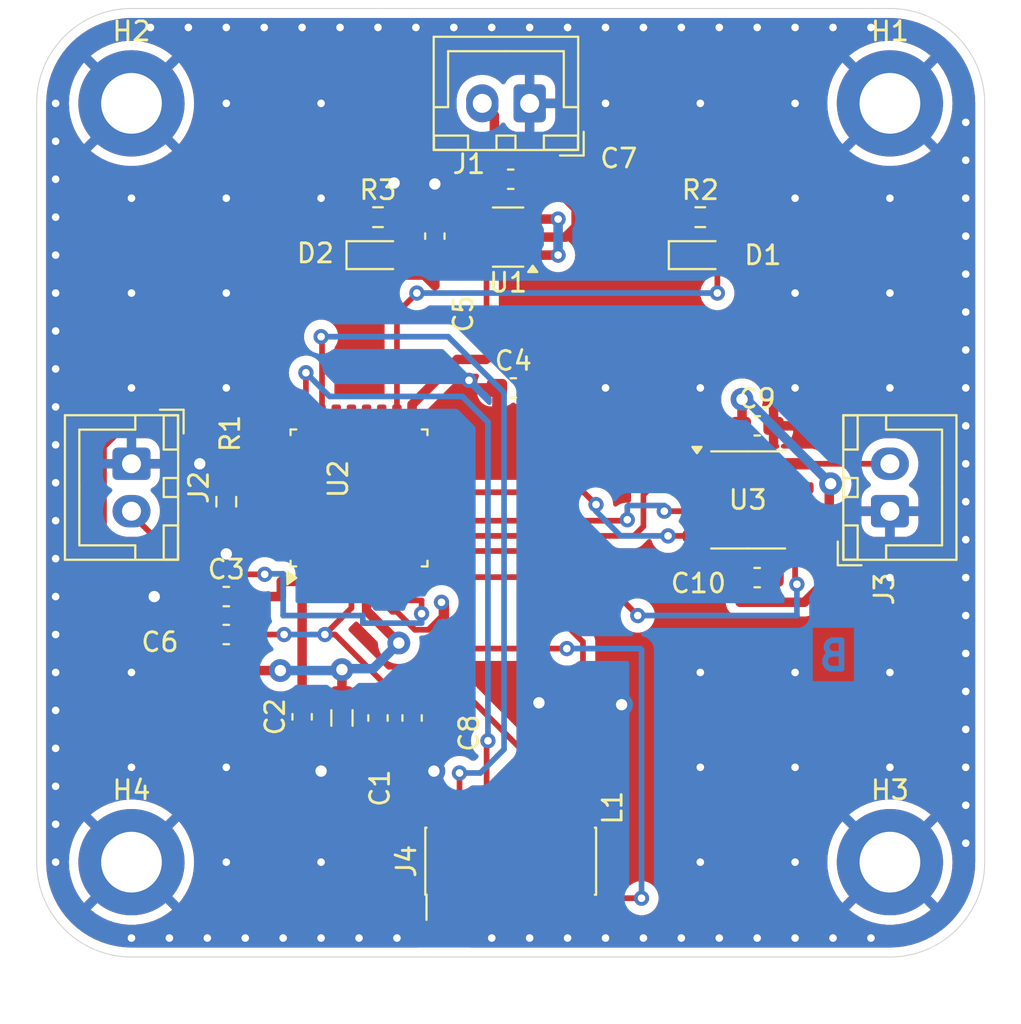
<source format=kicad_pcb>
(kicad_pcb (version 20240108) (generator "pcbnew") (generator_version "8.0")
  (layers (0 "F.Cu" signal) (31 "B.Cu" signal) (34 "B.Paste" user) (35 "F.Paste" user) (36 "B.SilkS" user "B.Silkscreen") (37 "F.SilkS" user "F.Silkscreen") (38 "B.Mask" user) (39 "F.Mask" user) (44 "Edge.Cuts" user))
  (net 0 "")
  (net 1 "+3.3VA")
  (net 2 "GND")
  (net 3 "+3.3V")
  (net 4 "NRST")
  (net 5 "+5V")
  (net 6 "Net-(D1-K)")
  (net 7 "LED_Status")
  (net 8 "Net-(D2-K)")
  (net 9 "ADC_IN1")
  (net 10 "DAC_OUT")
  (net 11 "SWCLK")
  (net 12 "USART2_RX")
  (net 13 "USART2_TX")
  (net 16 "SWDIO")
  (net 20 "Net-(U2-PB9)")
  (net 22 "DAC_nLDAC")
  (net 24 "DAC_nCS")
  (net 28 "SPI1_MOSI")
  (net 29 "SPI1_SCK")
  (footprint "Package_TO_SOT_SMD:SOT-23-5" (layer "F.Cu") (at 154.8625 92.05 180)
    (property "Reference" "U1" (at 0 -2.4 0) (layer "F.SilkS"))
    (property "Value" "BU33SD5WG-TR")
    (pad "1" smd roundrect (at -1.1375 -0.95 180) (size 1.325 0.6) (layers "F.Cu" "F.Paste" "F.Mask") (net 5 "+5V"))
    (pad "2" smd roundrect (at -1.1375 0 180) (size 1.325 0.6) (layers "F.Cu" "F.Paste" "F.Mask") (net 2 "GND"))
    (pad "3" smd roundrect (at -1.1375 0.95 180) (size 1.325 0.6) (layers "F.Cu" "F.Paste" "F.Mask") (net 5 "+5V"))
    (pad "4" smd roundrect (at 1.1375 0.95 180) (size 1.325 0.6) (layers "F.Cu" "F.Paste" "F.Mask"))
    (pad "5" smd roundrect (at 1.1375 -0.95 180) (size 1.325 0.6) (layers "F.Cu" "F.Paste" "F.Mask") (net 3 "+3.3V"))
  )
  (footprint "Connector_JST:JST_XH_B2B-XH-A_1x02_P2.50mm_Vertical" (layer "F.Cu") (at 156 85 180)
    (property "Reference" "J1" (at 3.2 -3.2 0) (layer "F.SilkS"))
    (property "Value" "Conn_01x02")
    (pad "1" thru_hole roundrect (at 0 0 180) (size 1.7 2) (drill 1) (layers "*.Cu" "*.Mask") (roundrect_rratio 0.147059) (net 2 "GND"))
    (pad "2" thru_hole oval (at 2.5 0 180) (size 1.7 2) (drill 1) (layers "*.Cu" "*.Mask") (net 5 "+5V"))
  )
  (footprint "Inductor_SMD:L_0805_2012Metric_Pad1.05x1.20mm_HandSolder" (layer "F.Cu") (at 146.1 117.4 90)
    (property "Reference" "L1" (at -4.73 14.27 90) (layer "F.SilkS"))
    (property "Value" "39 nH")
    (pad "1" smd roundrect (at -1.15 0 90) (size 1.05 1.2) (layers "F.Cu" "F.Paste" "F.Mask") (roundrect_rratio 0.238095) (net 3 "+3.3V"))
    (pad "2" smd roundrect (at 1.15 0 90) (size 1.05 1.2) (layers "F.Cu" "F.Paste" "F.Mask") (roundrect_rratio 0.238095) (net 1 "+3.3VA"))
  )
  (footprint "Capacitor_SMD:C_0603_1608Metric_Pad1.08x0.95mm_HandSolder" (layer "F.Cu") (at 155.1375 100)
    (property "Reference" "C4" (at 0 -1.43 0) (layer "F.SilkS"))
    (property "Value" "100 nF")
    (pad "1" smd roundrect (at -0.8625 0) (size 1.075 0.95) (layers "F.Cu" "F.Paste" "F.Mask") (net 2 "GND"))
    (pad "2" smd roundrect (at 0.8625 0) (size 1.075 0.95) (layers "F.Cu" "F.Paste" "F.Mask") (net 3 "+3.3V"))
  )
  (footprint "Capacitor_SMD:C_0603_1608Metric_Pad1.08x0.95mm_HandSolder" (layer "F.Cu") (at 168 110)
    (property "Reference" "C10" (at -3.1 0.3 0) (layer "F.SilkS"))
    (property "Value" "10 µF")
    (pad "1" smd roundrect (at -0.8625 0) (size 1.075 0.95) (layers "F.Cu" "F.Paste" "F.Mask") (net 3 "+3.3V"))
    (pad "2" smd roundrect (at 0.8625 0) (size 1.075 0.95) (layers "F.Cu" "F.Paste" "F.Mask") (net 2 "GND"))
  )
  (footprint "Connector_PinHeader_1.27mm:PinHeader_2x07_P1.27mm_Vertical_SMD" (layer "F.Cu") (at 155 124.95 90)
    (property "Reference" "J4" (at 0 -5.505 90) (layer "F.SilkS"))
    (property "Value" "Conn_02x07_Odd_Even")
    (pad "1" smd rect (at -1.95 -3.81 90) (size 2.4 0.74) (layers "F.Cu" "F.Paste" "F.Mask"))
    (pad "2" smd rect (at 1.95 -3.81 90) (size 2.4 0.74) (layers "F.Cu" "F.Paste" "F.Mask"))
    (pad "3" smd rect (at -1.95 -2.54 90) (size 2.4 0.74) (layers "F.Cu" "F.Paste" "F.Mask") (net 3 "+3.3V"))
    (pad "4" smd rect (at 1.95 -2.54 90) (size 2.4 0.74) (layers "F.Cu" "F.Paste" "F.Mask") (net 16 "SWDIO"))
    (pad "5" smd rect (at -1.95 -1.27 90) (size 2.4 0.74) (layers "F.Cu" "F.Paste" "F.Mask") (net 2 "GND"))
    (pad "6" smd rect (at 1.95 -1.27 90) (size 2.4 0.74) (layers "F.Cu" "F.Paste" "F.Mask") (net 11 "SWCLK"))
    (pad "7" smd rect (at -1.95 0 90) (size 2.4 0.74) (layers "F.Cu" "F.Paste" "F.Mask") (net 2 "GND"))
    (pad "8" smd rect (at 1.95 0 90) (size 2.4 0.74) (layers "F.Cu" "F.Paste" "F.Mask"))
    (pad "9" smd rect (at -1.95 1.27 90) (size 2.4 0.74) (layers "F.Cu" "F.Paste" "F.Mask"))
    (pad "10" smd rect (at 1.95 1.27 90) (size 2.4 0.74) (layers "F.Cu" "F.Paste" "F.Mask"))
    (pad "11" smd rect (at -1.95 2.54 90) (size 2.4 0.74) (layers "F.Cu" "F.Paste" "F.Mask") (net 2 "GND"))
    (pad "12" smd rect (at 1.95 2.54 90) (size 2.4 0.74) (layers "F.Cu" "F.Paste" "F.Mask") (net 4 "NRST"))
    (pad "13" smd rect (at -1.95 3.81 90) (size 2.4 0.74) (layers "F.Cu" "F.Paste" "F.Mask") (net 12 "USART2_RX"))
    (pad "14" smd rect (at 1.95 3.81 90) (size 2.4 0.74) (layers "F.Cu" "F.Paste" "F.Mask") (net 13 "USART2_TX"))
  )
  (footprint "Capacitor_SMD:C_0603_1608Metric_Pad1.08x0.95mm_HandSolder" (layer "F.Cu") (at 151 92 90)
    (property "Reference" "C5" (at -4.1 1.5 90) (layer "F.SilkS"))
    (property "Value" "1 µF")
    (pad "1" smd roundrect (at -0.8625 0 90) (size 1.075 0.95) (layers "F.Cu" "F.Paste" "F.Mask") (net 1 "+3.3VA"))
    (pad "2" smd roundrect (at 0.8625 0 90) (size 1.075 0.95) (layers "F.Cu" "F.Paste" "F.Mask") (net 2 "GND"))
  )
  (footprint "Capacitor_SMD:C_0603_1608Metric_Pad1.08x0.95mm_HandSolder" (layer "F.Cu") (at 149.8 117.4 90)
    (property "Reference" "C8" (at -0.8 3 90) (layer "F.SilkS"))
    (property "Value" "1 µF")
    (pad "1" smd roundrect (at -0.8625 0 90) (size 1.075 0.95) (layers "F.Cu" "F.Paste" "F.Mask") (net 3 "+3.3V"))
    (pad "2" smd roundrect (at 0.8625 0 90) (size 1.075 0.95) (layers "F.Cu" "F.Paste" "F.Mask") (net 2 "GND"))
  )
  (footprint "MountingHole:MountingHole_3.2mm_M3_DIN965_Pad" (layer "F.Cu") (at 175 85)
    (property "Reference" "H1" (at 0 -3.8 0) (layer "F.SilkS"))
    (property "Value" "MountingHole_Pad")
    (pad "1" thru_hole circle (at 0 0) (size 5.6 5.6) (drill 3.2) (layers "*.Cu" "*.Mask") (net 2 "GND"))
  )
  (footprint "Resistor_SMD:R_0603_1608Metric_Pad0.98x0.95mm_HandSolder" (layer "F.Cu") (at 140 106 90)
    (property "Reference" "R1" (at 3.6 0.2 90) (layer "F.SilkS"))
    (property "Value" "10K")
    (pad "1" smd roundrect (at -0.9125 0 90) (size 0.975 0.95) (layers "F.Cu" "F.Paste" "F.Mask") (net 2 "GND"))
    (pad "2" smd roundrect (at 0.9125 0 90) (size 0.975 0.95) (layers "F.Cu" "F.Paste" "F.Mask") (net 20 "Net-(U2-PB9)"))
  )
  (footprint "Capacitor_SMD:C_0603_1608Metric_Pad1.08x0.95mm_HandSolder" (layer "F.Cu") (at 168 102)
    (property "Reference" "C9" (at 0 -1.43 0) (layer "F.SilkS"))
    (property "Value" "100 nF")
    (pad "1" smd roundrect (at -0.8625 0) (size 1.075 0.95) (layers "F.Cu" "F.Paste" "F.Mask") (net 3 "+3.3V"))
    (pad "2" smd roundrect (at 0.8625 0) (size 1.075 0.95) (layers "F.Cu" "F.Paste" "F.Mask") (net 2 "GND"))
  )
  (footprint "Resistor_SMD:R_0603_1608Metric_Pad0.98x0.95mm_HandSolder" (layer "F.Cu") (at 148 91)
    (property "Reference" "R3" (at 0 -1.43 0) (layer "F.SilkS"))
    (property "Value" "1K")
    (pad "1" smd roundrect (at -0.9125 0) (size 0.975 0.95) (layers "F.Cu" "F.Paste" "F.Mask") (net 8 "Net-(D2-K)"))
    (pad "2" smd roundrect (at 0.9125 0) (size 0.975 0.95) (layers "F.Cu" "F.Paste" "F.Mask") (net 2 "GND"))
  )
  (footprint "Package_QFP:LQFP-32_7x7mm_P0.8mm" (layer "F.Cu") (at 147 105.8 90)
    (property "Reference" "U2" (at 1 -1.1 90) (layer "F.SilkS"))
    (property "Value" "STM32L021K4Tx")
    (pad "1" smd roundrect (at -4.175 -2.8 90) (size 1.5 0.5) (layers "F.Cu" "F.Paste" "F.Mask") (net 3 "+3.3V"))
    (pad "2" smd roundrect (at -4.175 -2 90) (size 1.5 0.5) (layers "F.Cu" "F.Paste" "F.Mask"))
    (pad "3" smd roundrect (at -4.175 -1.2 90) (size 1.5 0.5) (layers "F.Cu" "F.Paste" "F.Mask"))
    (pad "4" smd roundrect (at -4.175 -0.4 90) (size 1.5 0.5) (layers "F.Cu" "F.Paste" "F.Mask") (net 4 "NRST"))
    (pad "5" smd roundrect (at -4.175 0.4 90) (size 1.5 0.5) (layers "F.Cu" "F.Paste" "F.Mask") (net 1 "+3.3VA"))
    (pad "6" smd roundrect (at -4.175 1.2 90) (size 1.5 0.5) (layers "F.Cu" "F.Paste" "F.Mask") (net 12 "USART2_RX"))
    (pad "7" smd roundrect (at -4.175 2 90) (size 1.5 0.5) (layers "F.Cu" "F.Paste" "F.Mask") (net 9 "ADC_IN1"))
    (pad "8" smd roundrect (at -4.175 2.8 90) (size 1.5 0.5) (layers "F.Cu" "F.Paste" "F.Mask") (net 13 "USART2_TX"))
    (pad "9" smd roundrect (at -2.8 4.175 90) (size 0.5 1.5) (layers "F.Cu" "F.Paste" "F.Mask") (net 22 "DAC_nLDAC"))
    (pad "10" smd roundrect (at -2 4.175 90) (size 0.5 1.5) (layers "F.Cu" "F.Paste" "F.Mask") (net 24 "DAC_nCS"))
    (pad "11" smd roundrect (at -1.2 4.175 90) (size 0.5 1.5) (layers "F.Cu" "F.Paste" "F.Mask") (net 29 "SPI1_SCK"))
    (pad "12" smd roundrect (at -0.4 4.175 90) (size 0.5 1.5) (layers "F.Cu" "F.Paste" "F.Mask"))
    (pad "13" smd roundrect (at 0.4 4.175 90) (size 0.5 1.5) (layers "F.Cu" "F.Paste" "F.Mask") (net 28 "SPI1_MOSI"))
    (pad "14" smd roundrect (at 1.2 4.175 90) (size 0.5 1.5) (layers "F.Cu" "F.Paste" "F.Mask"))
    (pad "15" smd roundrect (at 2 4.175 90) (size 0.5 1.5) (layers "F.Cu" "F.Paste" "F.Mask"))
    (pad "16" smd roundrect (at 2.8 4.175 90) (size 0.5 1.5) (layers "F.Cu" "F.Paste" "F.Mask") (net 2 "GND"))
    (pad "17" smd roundrect (at 4.175 2.8 90) (size 1.5 0.5) (layers "F.Cu" "F.Paste" "F.Mask") (net 3 "+3.3V"))
    (pad "18" smd roundrect (at 4.175 2 90) (size 1.5 0.5) (layers "F.Cu" "F.Paste" "F.Mask") (net 7 "LED_Status"))
    (pad "19" smd roundrect (at 4.175 1.2 90) (size 1.5 0.5) (layers "F.Cu" "F.Paste" "F.Mask"))
    (pad "20" smd roundrect (at 4.175 0.4 90) (size 1.5 0.5) (layers "F.Cu" "F.Paste" "F.Mask"))
    (pad "21" smd roundrect (at 4.175 -0.4 90) (size 1.5 0.5) (layers "F.Cu" "F.Paste" "F.Mask"))
    (pad "22" smd roundrect (at 4.175 -1.2 90) (size 1.5 0.5) (layers "F.Cu" "F.Paste" "F.Mask"))
    (pad "23" smd roundrect (at 4.175 -2 90) (size 1.5 0.5) (layers "F.Cu" "F.Paste" "F.Mask") (net 16 "SWDIO"))
    (pad "24" smd roundrect (at 4.175 -2.8 90) (size 1.5 0.5) (layers "F.Cu" "F.Paste" "F.Mask") (net 11 "SWCLK"))
    (pad "25" smd roundrect (at 2.8 -4.175 90) (size 0.5 1.5) (layers "F.Cu" "F.Paste" "F.Mask"))
    (pad "26" smd roundrect (at 2 -4.175 90) (size 0.5 1.5) (layers "F.Cu" "F.Paste" "F.Mask"))
    (pad "27" smd roundrect (at 1.2 -4.175 90) (size 0.5 1.5) (layers "F.Cu" "F.Paste" "F.Mask"))
    (pad "28" smd roundrect (at 0.4 -4.175 90) (size 0.5 1.5) (layers "F.Cu" "F.Paste" "F.Mask"))
    (pad "29" smd roundrect (at -0.4 -4.175 90) (size 0.5 1.5) (layers "F.Cu" "F.Paste" "F.Mask"))
    (pad "30" smd roundrect (at -1.2 -4.175 90) (size 0.5 1.5) (layers "F.Cu" "F.Paste" "F.Mask"))
    (pad "31" smd roundrect (at -2 -4.175 90) (size 0.5 1.5) (layers "F.Cu" "F.Paste" "F.Mask") (net 20 "Net-(U2-PB9)"))
    (pad "32" smd roundrect (at -2.8 -4.175 90) (size 0.5 1.5) (layers "F.Cu" "F.Paste" "F.Mask") (net 2 "GND"))
  )
  (footprint "Capacitor_SMD:C_0603_1608Metric_Pad1.08x0.95mm_HandSolder" (layer "F.Cu") (at 148 117.4 90)
    (property "Reference" "C1" (at -3.7 0.1 90) (layer "F.SilkS"))
    (property "Value" "10 nF")
    (pad "1" smd roundrect (at -0.8625 0 90) (size 1.075 0.95) (layers "F.Cu" "F.Paste" "F.Mask") (net 1 "+3.3VA"))
    (pad "2" smd roundrect (at 0.8625 0 90) (size 1.075 0.95) (layers "F.Cu" "F.Paste" "F.Mask") (net 2 "GND"))
  )
  (footprint "Connector_JST:JST_XH_B2B-XH-A_1x02_P2.50mm_Vertical" (layer "F.Cu") (at 175 106.5 90)
    (property "Reference" "J3" (at -4.1 -0.3 90) (layer "F.SilkS"))
    (property "Value" "Conn_01x02")
    (pad "1" thru_hole roundrect (at 0 0 90) (size 1.7 2) (drill 1) (layers "*.Cu" "*.Mask") (roundrect_rratio 0.147059) (net 2 "GND"))
    (pad "2" thru_hole oval (at 2.5 0 90) (size 1.7 2) (drill 1) (layers "*.Cu" "*.Mask") (net 10 "DAC_OUT"))
  )
  (footprint "Capacitor_SMD:C_0603_1608Metric_Pad1.08x0.95mm_HandSolder" (layer "F.Cu") (at 144 117.3375 90)
    (property "Reference" "C2" (at 0 -1.43 90) (layer "F.SilkS"))
    (property "Value" "10 µF")
    (pad "1" smd roundrect (at -0.8625 0 90) (size 1.075 0.95) (layers "F.Cu" "F.Paste" "F.Mask") (net 2 "GND"))
    (pad "2" smd roundrect (at 0.8625 0 90) (size 1.075 0.95) (layers "F.Cu" "F.Paste" "F.Mask") (net 3 "+3.3V"))
  )
  (footprint "Package_SO:SOIC-8_3.9x4.9mm_P1.27mm" (layer "F.Cu") (at 167.525 105.905)
    (property "Reference" "U3" (at -0.025 -0.005 0) (layer "F.SilkS"))
    (property "Value" "MCP4801")
    (pad "1" smd roundrect (at -2.475 -1.905) (size 1.95 0.6) (layers "F.Cu" "F.Paste" "F.Mask") (net 3 "+3.3V"))
    (pad "2" smd roundrect (at -2.475 -0.635) (size 1.95 0.6) (layers "F.Cu" "F.Paste" "F.Mask") (net 24 "DAC_nCS"))
    (pad "3" smd roundrect (at -2.475 0.635) (size 1.95 0.6) (layers "F.Cu" "F.Paste" "F.Mask") (net 29 "SPI1_SCK"))
    (pad "4" smd roundrect (at -2.475 1.905) (size 1.95 0.6) (layers "F.Cu" "F.Paste" "F.Mask") (net 28 "SPI1_MOSI"))
    (pad "5" smd roundrect (at 2.475 1.905) (size 1.95 0.6) (layers "F.Cu" "F.Paste" "F.Mask") (net 22 "DAC_nLDAC"))
    (pad "6" smd roundrect (at 2.475 0.635) (size 1.95 0.6) (layers "F.Cu" "F.Paste" "F.Mask") (net 3 "+3.3V"))
    (pad "7" smd roundrect (at 2.475 -0.635) (size 1.95 0.6) (layers "F.Cu" "F.Paste" "F.Mask") (net 2 "GND"))
    (pad "8" smd roundrect (at 2.475 -1.905) (size 1.95 0.6) (layers "F.Cu" "F.Paste" "F.Mask") (net 10 "DAC_OUT"))
  )
  (footprint "Capacitor_SMD:C_0603_1608Metric_Pad1.08x0.95mm_HandSolder" (layer "F.Cu") (at 140 113)
    (property "Reference" "C6" (at -3.5 0.4 0) (layer "F.SilkS"))
    (property "Value" "100 nF")
    (pad "1" smd roundrect (at -0.8625 0) (size 1.075 0.95) (layers "F.Cu" "F.Paste" "F.Mask") (net 2 "GND"))
    (pad "2" smd roundrect (at 0.8625 0) (size 1.075 0.95) (layers "F.Cu" "F.Paste" "F.Mask") (net 4 "NRST"))
  )
  (footprint "MountingHole:MountingHole_3.2mm_M3_DIN965_Pad" (layer "F.Cu") (at 135 85)
    (property "Reference" "H2" (at 0 -3.8 0) (layer "F.SilkS"))
    (property "Value" "MountingHole_Pad")
    (pad "1" thru_hole circle (at 0 0) (size 5.6 5.6) (drill 3.2) (layers "*.Cu" "*.Mask") (net 2 "GND"))
  )
  (footprint "Capacitor_SMD:C_0603_1608Metric_Pad1.08x0.95mm_HandSolder" (layer "F.Cu") (at 140 111)
    (property "Reference" "C3" (at 0 -1.43 0) (layer "F.SilkS"))
    (property "Value" "100 nF")
    (pad "1" smd roundrect (at -0.8625 0) (size 1.075 0.95) (layers "F.Cu" "F.Paste" "F.Mask") (net 2 "GND"))
    (pad "2" smd roundrect (at 0.8625 0) (size 1.075 0.95) (layers "F.Cu" "F.Paste" "F.Mask") (net 3 "+3.3V"))
  )
  (footprint "Connector_JST:JST_XH_B2B-XH-A_1x02_P2.50mm_Vertical" (layer "F.Cu") (at 135 104 -90)
    (property "Reference" "J2" (at 1.25 -3.55 90) (layer "F.SilkS"))
    (property "Value" "Conn_01x02")
    (pad "1" thru_hole roundrect (at 0 0 270) (size 1.7 2) (drill 1) (layers "*.Cu" "*.Mask") (roundrect_rratio 0.147059) (net 2 "GND"))
    (pad "2" thru_hole oval (at 2.5 0 270) (size 1.7 2) (drill 1) (layers "*.Cu" "*.Mask") (net 9 "ADC_IN1"))
  )
  (footprint "LED_SMD:LED_0603_1608Metric_Pad1.05x0.95mm_HandSolder" (layer "F.Cu") (at 148 93)
    (property "Reference" "D2" (at -3.3 -0.1 0) (layer "F.SilkS"))
    (property "Value" "GREEN LED")
    (pad "1" smd roundrect (at -0.875 0) (size 1.05 0.95) (layers "F.Cu" "F.Paste" "F.Mask") (net 8 "Net-(D2-K)"))
    (pad "2" smd roundrect (at 0.875 0) (size 1.05 0.95) (layers "F.Cu" "F.Paste" "F.Mask") (net 3 "+3.3V"))
  )
  (footprint "Capacitor_SMD:C_0603_1608Metric_Pad1.08x0.95mm_HandSolder" (layer "F.Cu") (at 155 89)
    (property "Reference" "C7" (at 5.7 -1.1 0) (layer "F.SilkS"))
    (property "Value" "1 µF")
    (pad "1" smd roundrect (at -0.8625 0) (size 1.075 0.95) (layers "F.Cu" "F.Paste" "F.Mask") (net 5 "+5V"))
    (pad "2" smd roundrect (at 0.8625 0) (size 1.075 0.95) (layers "F.Cu" "F.Paste" "F.Mask") (net 2 "GND"))
  )
  (footprint "LED_SMD:LED_0603_1608Metric_Pad1.05x0.95mm_HandSolder" (layer "F.Cu") (at 165 93)
    (property "Reference" "D1" (at 3.3 0 0) (layer "F.SilkS"))
    (property "Value" "ORANGE TLMO1100-GSB")
    (pad "1" smd roundrect (at -0.875 0) (size 1.05 0.95) (layers "F.Cu" "F.Paste" "F.Mask") (net 6 "Net-(D1-K)"))
    (pad "2" smd roundrect (at 0.875 0) (size 1.05 0.95) (layers "F.Cu" "F.Paste" "F.Mask") (net 7 "LED_Status"))
  )
  (footprint "MountingHole:MountingHole_3.2mm_M3_DIN965_Pad" (layer "F.Cu") (at 135 125)
    (property "Reference" "H4" (at 0 -3.8 0) (layer "F.SilkS"))
    (property "Value" "MountingHole_Pad")
    (pad "1" thru_hole circle (at 0 0) (size 5.6 5.6) (drill 3.2) (layers "*.Cu" "*.Mask") (net 2 "GND"))
  )
  (footprint "Resistor_SMD:R_0603_1608Metric_Pad0.98x0.95mm_HandSolder" (layer "F.Cu") (at 165 91)
    (property "Reference" "R2" (at 0 -1.43 0) (layer "F.SilkS"))
    (property "Value" "1K")
    (pad "1" smd roundrect (at -0.9125 0) (size 0.975 0.95) (layers "F.Cu" "F.Paste" "F.Mask") (net 6 "Net-(D1-K)"))
    (pad "2" smd roundrect (at 0.9125 0) (size 0.975 0.95) (layers "F.Cu" "F.Paste" "F.Mask") (net 2 "GND"))
  )
  (footprint "MountingHole:MountingHole_3.2mm_M3_DIN965_Pad" (layer "F.Cu") (at 175 125)
    (property "Reference" "H3" (at 0 -3.8 0) (layer "F.SilkS"))
    (property "Value" "MountingHole_Pad")
    (pad "1" thru_hole circle (at 0 0) (size 5.6 5.6) (drill 3.2) (layers "*.Cu" "*.Mask") (net 2 "GND"))
  )
  (gr_arc (start 175 80) (mid 178.535534 81.464466) (end 180 85) (stroke (width 0.05)) (layer "Edge.Cuts"))
  (gr_line (start 135 80) (end 175 80) (stroke (width 0.05)) (layer "Edge.Cuts"))
  (gr_line (start 180 125) (end 180 85) (stroke (width 0.05)) (layer "Edge.Cuts"))
  (gr_arc (start 135 130) (mid 131.464466 128.535534) (end 130 125) (stroke (width 0.05)) (layer "Edge.Cuts"))
  (gr_line (start 130 125) (end 130 85) (stroke (width 0.05)) (layer "Edge.Cuts"))
  (gr_arc (start 180 125) (mid 178.535534 128.535534) (end 175 130) (stroke (width 0.05)) (layer "Edge.Cuts"))
  (gr_arc (start 130 85) (mid 131.464466 81.464466) (end 135 80) (stroke (width 0.05)) (layer "Edge.Cuts"))
  (gr_line (start 135 130) (end 175 130) (stroke (width 0.05)) (layer "Edge.Cuts"))
  (gr_text "T KOYAZANDE" (at 160.9 98.5 0) (layer "F.Cu") (effects (font (size 1.5 1.5) (thickness 0.3) (bold yes)) (justify left bottom)))
  (gr_text "T" (at 168 120 0) (layer "F.Cu") (effects (font (size 1.5 1.5) (thickness 0.3) (bold yes)) (justify left bottom mirror)))
  (gr_text "B" (at 173 115 0) (layer "B.Cu") (effects (font (size 1.5 1.5) (thickness 0.3) (bold yes)) (justify left bottom mirror)))
  (segment (start 133.45 103.061702) (end 142.461702 94.05) (width 0.5) (layer "F.Cu") (net 1))
  (segment (start 150.443503 94.05) (end 151 94.606497) (width 0.5) (layer "F.Cu") (net 1))
  (segment (start 146.1 116.25) (end 146.1 114.85) (width 0.5) (layer "F.Cu") (net 1))
  (segment (start 142.85 114.9) (end 138.473654 114.9) (width 0.5) (layer "F.Cu") (net 1))
  (segment (start 142.461702 94.05) (end 150.443503 94.05) (width 0.5) (layer "F.Cu") (net 1))
  (segment (start 146.1 116.25) (end 146.1 116.3625) (width 0.5) (layer "F.Cu") (net 1))
  (segment (start 138.473654 114.9) (end 133.45 109.876346) (width 0.5) (layer "F.Cu") (net 1))
  (segment (start 133.45 109.876346) (end 133.45 103.061702) (width 0.5) (layer "F.Cu") (net 1))
  (segment (start 146.1 116.3625) (end 148 118.2625) (width 0.5) (layer "F.Cu") (net 1))
  (segment (start 147.4 111.748959) (end 147.4 109.975) (width 0.5) (layer "F.Cu") (net 1))
  (segment (start 151 94.606497) (end 151 92.8625) (width 0.5) (layer "F.Cu") (net 1))
  (segment (start 149.1 113.448959) (end 147.4 111.748959) (width 0.5) (layer "F.Cu") (net 1))
  (via (at 142.85 114.9) (size 1.2) (drill 0.6) (layers "F.Cu" "B.Cu") (net 1))
  (via (at 149.1 113.448959) (size 1.2) (drill 0.6) (layers "F.Cu" "B.Cu") (net 1))
  (via (at 146.1 114.85) (size 1.2) (drill 0.6) (layers "F.Cu" "B.Cu") (net 1))
  (segment (start 147.7 114.8) (end 147.748959 114.8) (width 0.5) (layer "B.Cu") (net 1))
  (segment (start 146.1 114.85) (end 146.15 114.8) (width 0.5) (layer "B.Cu") (net 1))
  (segment (start 142.85 114.9) (end 146.05 114.9) (width 0.5) (layer "B.Cu") (net 1))
  (segment (start 147.748959 114.8) (end 149.1 113.448959) (width 0.5) (layer "B.Cu") (net 1))
  (segment (start 146.15 114.8) (end 147.7 114.8) (width 0.5) (layer "B.Cu") (net 1))
  (segment (start 146.05 114.9) (end 146.1 114.85) (width 0.5) (layer "B.Cu") (net 1))
  (segment (start 156.9 89) (end 155.8625 89) (width 0.5) (layer "F.Cu") (net 2))
  (segment (start 144 119.2) (end 144 118.2) (width 0.5) (layer "F.Cu") (net 2))
  (segment (start 158.45 90.55) (end 156.9 89) (width 0.5) (layer "F.Cu") (net 2))
  (segment (start 148 116.5375) (end 149.732774 116.5375) (width 0.5) (layer "F.Cu") (net 2))
  (segment (start 148 116.5375) (end 149.8 116.5375) (width 0.5) (layer "F.Cu") (net 2))
  (segment (start 151 91.1375) (end 151 89.25) (width 0.5) (layer "F.Cu") (net 2))
  (segment (start 156.4275 116.5375) (end 156.49 116.6) (width 0.5) (layer "F.Cu") (net 2))
  (segment (start 157.893503 92.05) (end 158.45 91.493503) (width 0.5) (layer "F.Cu") (net 2))
  (segment (start 150.95 117.754726) (end 150.95 120.2) (width 0.5) (layer "F.Cu") (net 2))
  (segment (start 145 120.2) (end 144 119.2) (width 0.5) (layer "F.Cu") (net 2))
  (segment (start 156 92.05) (end 157.893503 92.05) (width 0.5) (layer "F.Cu") (net 2))
  (segment (start 149.732774 116.5375) (end 150.95 117.754726) (width 0.5) (layer "F.Cu") (net 2))
  (segment (start 158.45 91.493503) (end 158.45 90.55) (width 0.5) (layer "F.Cu") (net 2))
  (segment (start 148.9125 89.2625) (end 148.85 89.2) (width 0.5) (layer "F.Cu") (net 2))
  (segment (start 148.9125 91) (end 148.9125 89.2625) (width 0.5) (layer "F.Cu") (net 2))
  (via (at 131 121) (size 0.8) (drill 0.4) (layers "F.Cu" "B.Cu") (net 2))
  (via (at 166 129) (size 0.8) (drill 0.4) (layers "F.Cu" "B.Cu") (net 2))
  (via (at 160 100) (size 0.8) (drill 0.4) (layers "F.Cu" "B.Cu") (net 2))
  (via (at 135 95) (size 0.8) (drill 0.4) (layers "F.Cu" "B.Cu") (net 2))
  (via (at 145 85) (size 0.8) (drill 0.4) (layers "F.Cu" "B.Cu") (net 2))
  (via (at 175 90) (size 0.8) (drill 0.4) (layers "F.Cu" "B.Cu") (net 2))
  (via (at 170 125) (size 0.8) (drill 0.4) (layers "F.Cu" "B.Cu") (net 2))
  (via (at 170 85) (size 0.8) (drill 0.4) (layers "F.Cu" "B.Cu") (net 2))
  (via (at 131 115) (size 0.8) (drill 0.4) (layers "F.Cu" "B.Cu") (net 2))
  (via (at 174 129) (size 0.8) (drill 0.4) (layers "F.Cu" "B.Cu") (net 2))
  (via (at 131 113) (size 0.8) (drill 0.4) (layers "F.Cu" "B.Cu") (net 2))
  (via (at 179 114) (size 0.8) (drill 0.4) (layers "F.Cu" "B.Cu") (net 2))
  (via (at 179 118) (size 0.8) (drill 0.4) (layers "F.Cu" "B.Cu") (net 2))
  (via (at 131 103) (size 0.8) (drill 0.4) (layers "F.Cu" "B.Cu") (net 2))
  (via (at 131 85) (size 0.8) (drill 0.4) (layers "F.Cu" "B.Cu") (net 2))
  (via (at 179 96) (size 0.8) (drill 0.4) (layers "F.Cu" "B.Cu") (net 2))
  (via (at 166 81) (size 0.8) (drill 0.4) (layers "F.Cu" "B.Cu") (net 2))
  (via (at 160.85 116.7) (size 1.2) (drill 0.6) (layers "F.Cu" "B.Cu") (net 2))
  (via (at 158 129) (size 0.8) (drill 0.4) (layers "F.Cu" "B.Cu") (net 2))
  (via (at 170 115) (size 0.8) (drill 0.4) (layers "F.Cu" "B.Cu") (net 2))
  (via (at 135 115) (size 0.8) (drill 0.4) (layers "F.Cu" "B.Cu") (net 2))
  (via (at 175 115) (size 0.8) (drill 0.4) (layers "F.Cu" "B.Cu") (net 2))
  (via (at 148 81) (size 0.8) (drill 0.4) (layers "F.Cu" "B.Cu") (net 2))
  (via (at 148.85 89.2) (size 1.2) (drill 0.6) (layers "F.Cu" "B.Cu") (net 2))
  (via (at 179 100) (size 0.8) (drill 0.4) (layers "F.Cu" "B.Cu") (net 2))
  (via (at 179 104) (size 0.8) (drill 0.4) (layers "F.Cu" "B.Cu") (net 2))
  (via (at 144 81) (size 0.8) (drill 0.4) (layers "F.Cu" "B.Cu") (net 2))
  (via (at 179 122) (size 0.8) (drill 0.4) (layers "F.Cu" "B.Cu") (net 2))
  (via (at 175 100) (size 0.8) (drill 0.4) (layers "F.Cu" "B.Cu") (net 2))
  (via (at 150 81) (size 0.8) (drill 0.4) (layers "F.Cu" "B.Cu") (net 2))
  (via (at 179 112) (size 0.8) (drill 0.4) (layers "F.Cu" "B.Cu") (net 2))
  (via (at 152 81) (size 0.8) (drill 0.4) (layers "F.Cu" "B.Cu") (net 2))
  (via (at 150.95 120.2) (size 1.2) (drill 0.6) (layers "F.Cu" "B.Cu") (net 2))
  (via (at 135 90) (size 0.8) (drill 0.4) (layers "F.Cu" "B.Cu") (net 2))
  (via (at 170 90) (size 0.8) (drill 0.4) (layers "F.Cu" "B.Cu") (net 2))
  (via (at 165 125) (size 0.8) (drill 0.4) (layers "F.Cu" "B.Cu") (net 2))
  (via (at 138.6 104) (size 1.2) (drill 0.6) (layers "F.Cu" "B.Cu") (net 2))
  (via (at 168 81) (size 0.8) (drill 0.4) (layers "F.Cu" "B.Cu") (net 2))
  (via (at 142 81) (size 0.8) (drill 0.4) (layers "F.Cu" "B.Cu") (net 2))
  (via (at 141 129) (size 0.8) (drill 0.4) (layers "F.Cu" "B.Cu") (net 2))
  (via (at 137 129) (size 0.8) (drill 0.4) (layers "F.Cu" "B.Cu") (net 2))
  (via (at 172 129) (size 0.8) (drill 0.4) (layers "F.Cu" "B.Cu") (net 2))
  (via (at 140 108.75) (size 1.2) (drill 0.6) (layers "F.Cu" "B.Cu") (net 2))
  (via (at 145 125) (size 0.8) (drill 0.4) (layers "F.Cu" "B.Cu") (net 2))
  (via (at 165 100) (size 0.8) (drill 0.4) (layers "F.Cu" "B.Cu") (net 2))
  (via (at 145 129) (size 0.8) (drill 0.4) (layers "F.Cu" "B.Cu") (net 2))
  (via (at 170 100) (size 0.8) (drill 0.4) (layers "F.Cu" "B.Cu") (net 2))
  (via (at 179 120) (size 0.8) (drill 0.4) (layers "F.Cu" "B.Cu") (net 2))
  (via (at 158 81) (size 0.8) (drill 0.4) (layers "F.Cu" "B.Cu") (net 2))
  (via (at 164 81) (size 0.8) (drill 0.4) (layers "F.Cu" "B.Cu") (net 2))
  (via (at 140 85) (size 0.8) (drill 0.4) (layers "F.Cu" "B.Cu") (net 2))
  (via (at 131 97) (size 0.8) (drill 0.4) (layers "F.Cu" "B.Cu") (net 2))
  (via (at 131 105) (size 0.8) (drill 0.4) (layers "F.Cu" "B.Cu") (net 2))
  (via (at 140 100) (size 0.8) (drill 0.4) (layers "F.Cu" "B.Cu") (net 2))
  (via (at 131 91) (size 0.8) (drill 0.4) (layers "F.Cu" "B.Cu") (net 2))
  (via (at 146 81) (size 0.8) (drill 0.4) (layers "F.Cu" "B.Cu") (net 2))
  (via (at 143 129) (size 0.8) (drill 0.4) (layers "F.Cu" "B.Cu") (net 2))
  (via (at 145 90) (size 0.8) (drill 0.4) (layers "F.Cu" "B.Cu") (net 2))
  (via (at 179 108) (size 0.8) (drill 0.4) (layers "F.Cu" "B.Cu") (net 2))
  (via (at 170 81) (size 0.8) (drill 0.4) (layers "F.Cu" "B.Cu") (net 2))
  (via (at 131 99) (size 0.8) (drill 0.4) (layers "F.Cu" "B.Cu") (net 2))
  (via (at 179 98) (size 0.8) (drill 0.4) (layers "F.Cu" "B.Cu") (net 2))
  (via (at 135 129) (size 0.8) (drill 0.4) (layers "F.Cu" "B.Cu") (net 2))
  (via (at 131 95) (size 0.8) (drill 0.4) (layers "F.Cu" "B.Cu") (net 2))
  (via (at 179 124) (size 0.8) (drill 0.4) (layers "F.Cu" "B.Cu") (net 2))
  (via (at 179 106) (size 0.8) (drill 0.4) (layers "F.Cu" "B.Cu") (net 2))
  (via (at 139 129) (size 0.8) (drill 0.4) (layers "F.Cu" "B.Cu") (net 2))
  (via (at 149 129) (size 0.8) (drill 0.4) (layers "F.Cu" "B.Cu") (net 2))
  (via (at 131 119) (size 0.8) (drill 0.4) (layers "F.Cu" "B.Cu") (net 2))
  (via (at 165 120) (size 0.8) (drill 0.4) (layers "F.Cu" "B.Cu") (net 2))
  (via (at 160 129) (size 0.8) (drill 0.4) (layers "F.Cu" "B.Cu") (net 2))
  (via (at 140 120) (size 0.8) (drill 0.4) (layers "F.Cu" "B.Cu") (net 2))
  (via (at 140 95) (size 0.8) (drill 0.4) (layers "F.Cu" "B.Cu") (net 2))
  (via (at 179 116) (size 0.8) (drill 0.4) (layers "F.Cu" "B.Cu") (net 2))
  (via (at 131 93) (size 0.8) (drill 0.4) (layers "F.Cu" "B.Cu") (net 2))
  (via (at 135 120) (size 0.8) (drill 0.4) (layers "F.Cu" "B.Cu") (net 2))
  (via (at 131 123) (size 0.8) (drill 0.4) (layers "F.Cu" "B.Cu") (net 2))
  (via (at 179 102) (size 0.8) (drill 0.4) (layers "F.Cu" "B.Cu") (net 2))
  (via (at 179 110) (size 0.8) (drill 0.4) (layers "F.Cu" "B.Cu") (net 2))
  (via (at 151 89.25) (size 1.2) (drill 0.6) (layers "F.Cu" "B.Cu") (net 2))
  (via (at 156.49 116.6) (size 1.2) (drill 0.6) (layers "F.Cu" "B.Cu") (net 2))
  (via (at 136 81) (size 0.8) (drill 0.4) (layers "F.Cu" "B.Cu") (net 2))
  (via (at 174 81) (size 0.8) (drill 0.4) (layers "F.Cu" "B.Cu") (net 2))
  (via (at 162 129) (size 0.8) (drill 0.4) (layers "F.Cu" "B.Cu") (net 2))
  (via (at 165 85) (size 0.8) (drill 0.4) (layers "F.Cu" "B.Cu") (net 2))
  (via (at 170 129) (size 0.8) (drill 0.4) (layers "F.Cu" "B.Cu") (net 2))
  (via (at 136.2 111) (size 1.2) (drill 0.6) (layers "F.Cu" "B.Cu") (net 2))
  (via (at 175 95) (size 0.8) (drill 0.4) (layers "F.Cu" "B.Cu") (net 2))
  (via (at 145 120.2) (size 1.2) (drill 0.6) (layers "F.Cu" "B.Cu") (net 2))
  (via (at 140 125) (size 0.8) (drill 0.4) (layers "F.Cu" "B.Cu") (net 2))
  (via (at 156 81) (size 0.8) (drill 0.4) (layers "F.Cu" "B.Cu") (net 2))
  (via (at 179 94) (size 0.8) (drill 0.4) (layers "F.Cu" "B.Cu") (net 2))
  (via (at 165 115) (size 0.8) (drill 0.4) (layers "F.Cu" "B.Cu") (net 2))
  (via (at 131 101) (size 0.8) (drill 0.4) (layers "F.Cu" "B.Cu") (net 2))
  (via (at 179 92) (size 0.8) (drill 0.4) (layers "F.Cu" "B.Cu") (net 2))
  (via (at 179 88) (size 0.8) (drill 0.4) (layers "F.Cu" "B.Cu") (net 2))
  (via (at 156 129) (size 0.8) (drill 0.4) (layers "F.Cu" "B.Cu") (net 2))
  (via (at 154 129) (size 0.8) (drill 0.4) (layers "F.Cu" "B.Cu") (net 2))
  (via (at 131 125) (size 0.8) (drill 0.4) (layers "F.Cu" "B.Cu") (net 2))
  (via (at 160 81) (size 0.8) (drill 0.4) (layers "F.Cu" "B.Cu") (net 2))
  (via (at 175 110) (size 0.8) (drill 0.4) (layers "F.Cu" "B.Cu") (net 2))
  (via (at 131 89) (size 0.8) (drill 0.4) (layers "F.Cu" "B.Cu") (net 2))
  (via (at 168 129) (size 0.8) (drill 0.4) (layers "F.Cu" "B.Cu") (net 2))
  (via (at 170 95) (size 0.8) (drill 0.4) (layers "F.Cu" "B.Cu") (net 2))
  (via (at 152.8 99.6) (size 0.8) (drill 0.4) (layers "F.Cu" "B.Cu") (net 2))
  (via (at 147 129) (size 0.8) (drill 0.4) (layers "F.Cu" "B.Cu") (net 2))
  (via (at 131 117) (size 0.8) (drill 0.4) (layers "F.Cu" "B.Cu") (net 2))
  (via (at 179 90) (size 0.8) (drill 0.4) (layers "F.Cu" "B.Cu") (net 2))
  (via (at 140 81) (size 0.8) (drill 0.4) (layers "F.Cu" "B.Cu") (net 2))
  (via (at 131 107) (size 0.8) (drill 0.4) (layers "F.Cu" "B.Cu") (net 2))
  (via (at 131 87) (size 0.8) (drill 0.4) (layers "F.Cu" "B.Cu") (net 2))
  (via (at 172 81) (size 0.8) (drill 0.4) (layers "F.Cu" "B.Cu") (net 2))
  (via (at 140 90) (size 0.8) (drill 0.4) (layers "F.Cu" "B.Cu") (net 2))
  (via (at 170 120) (size 0.8) (drill 0.4) (layers "F.Cu" "B.Cu") (net 2))
  (via (at 175 120) (size 0.8) (drill 0.4) (layers "F.Cu" "B.Cu") (net 2))
  (via (at 131 111) (size 0.8) (drill 0.4) (layers "F.Cu" "B.Cu") (net 2))
  (via (at 135 100) (size 0.8) (drill 0.4) (layers "F.Cu" "B.Cu") (net 2))
  (via (at 164 129) (size 0.8) (drill 0.4) (layers "F.Cu" "B.Cu") (net 2))
  (via (at 131 109) (size 0.8) (drill 0.4) (layers "F.Cu" "B.Cu") (net 2))
  (via (at 138 81) (size 0.8) (drill 0.4) (layers "F.Cu" "B.Cu") (net 2))
  (via (at 179 86) (size 0.8) (drill 0.4) (layers "F.Cu" "B.Cu") (net 2))
  (via (at 162 81) (size 0.8) (drill 0.4) (layers "F.Cu" "B.Cu") (net 2))
  (via (at 154 81) (size 0.8) (drill 0.4) (layers "F.Cu" "B.Cu") (net 2))
  (via (at 160 85) (size 0.8) (drill 0.4) (layers "F.Cu" "B.Cu") (net 2))
  (segment (start 160.75 116.6) (end 160.85 116.7) (width 0.5) (layer "B.Cu") (net 2))
  (segment (start 139.95 108.7) (end 140 108.75) (width 0.5) (layer "B.Cu") (net 2))
  (segment (start 151 89.2) (end 151 89.25) (width 0.5) (layer "B.Cu") (net 2))
  (segment (start 150.95 120.2) (end 145 120.2) (width 0.5) (layer "B.Cu") (net 2))
  (segment (start 148.85 89.2) (end 151 89.2) (width 0.5) (layer "B.Cu") (net 2))
  (segment (start 160 104) (end 156 100) (width 0.3) (layer "F.Cu") (net 3))
  (segment (start 152.05 91.325) (end 152.05 88.45) (width 0.3) (layer "F.Cu") (net 3))
  (segment (start 144.025 116.45) (end 144.95 116.45) (width 0.5) (layer "F.Cu") (net 3))
  (segment (start 146.1 119.7) (end 149.8 119.7) (width 0.5) (layer "F.Cu") (net 3))
  (segment (start 171.8 106.5) (end 171.8 104.7) (width 0.5) (layer "F.Cu") (net 3))
  (segment (start 167.1 111.3) (end 170.487808 111.3) (width 0.5) (layer "F.Cu") (net 3))
  (segment (start 171.76 106.54) (end 171.8 106.5) (width 0.5) (layer "F.Cu") (net 3))
  (segment (start 145.025 118.5) (end 145.075 118.55) (width 0.5) (layer "F.Cu") (net 3))
  (segment (start 153.725 93) (end 153.725 98.475) (width 0.3) (layer "F.Cu") (net 3))
  (segment (start 152.46 128.6) (end 152.41 128.65) (width 0.5) (layer "F.Cu") (net 3))
  (segment (start 167.1375 111.2625) (end 167.1375 110) (width 0.5) (layer "F.Cu") (net 3))
  (segment (start 153.7 98.5) (end 156 98.5) (width 0.3) (layer "F.Cu") (net 3))
  (segment (start 143.975 110.2) (end 144 110.175) (width 0.5) (layer "F.Cu") (net 3))
  (segment (start 149.8 119.7) (end 149.8 118.2625) (width 0.5) (layer "F.Cu") (net 3))
  (segment (start 152.05 88.45) (end 151.7 88.1) (width 0.3) (layer "F.Cu") (net 3))
  (segment (start 145.025 117.567226) (end 145.025 118.5) (width 0.5) (layer "F.Cu") (net 3))
  (segment (start 165.05 104) (end 160 104) (width 0.3) (layer "F.Cu") (net 3))
  (segment (start 149.8 101.625) (end 149.8 100.875001) (width 0.5) (layer "F.Cu") (net 3))
  (segment (start 152.175001 98.5) (end 153.7 98.5) (width 0.5) (layer "F.Cu") (net 3))
  (segment (start 152.41 128.65) (end 150.55 128.65) (width 0.5) (layer "F.Cu") (net 3))
  (segment (start 145.075 118.55) (end 146.1 118.55) (width 0.5) (layer "F.Cu") (net 3))
  (segment (start 171.8 106.58) (end 171.76 106.54) (width 0.5) (layer "F.Cu") (net 3))
  (segment (start 171.8 109.987808) (end 171.8 106.58) (width 0.5) (layer "F.Cu") (net 3))
  (segment (start 144 116.475) (end 144.025 116.45) (width 0.5) (layer "F.Cu") (net 3))
  (segment (start 167.2 100.6) (end 167.2 101.9375) (width 0.5) (layer "F.Cu") (net 3))
  (segment (start 153.725 93) (end 152.05 91.325) (width 0.3) (layer "F.Cu") (net 3))
  (segment (start 167.1375 111.2625) (end 167.1 111.3) (width 0.5) (layer "F.Cu") (net 3))
  (segment (start 144.2 109.066942) (end 145.666942 107.6) (width 0.5) (layer "F.Cu") (net 3))
  (segment (start 149.9 91.975) (end 148.875 93) (width 0.3) (layer "F.Cu") (net 3))
  (segment (start 145.666942 107.6) (end 149.8 107.6) (width 0.5) (layer "F.Cu") (net 3))
  (segment (start 150.565075 88.1) (end 149.9 88.765075) (width 0.3) (layer "F.Cu") (net 3))
  (segment (start 142.9 110.2) (end 143.975 110.2) (width 0.5) (layer "F.Cu") (net 3))
  (segment (start 144.2 109.975) (end 144.2 109.066942) (width 0.5) (layer "F.Cu") (net 3))
  (segment (start 149.8 100.875001) (end 152.175001 98.5) (width 0.5) (layer "F.Cu") (net 3))
  (segment (start 146.1 118.55) (end 146.1 119.7) (width 0.5) (layer "F.Cu") (net 3))
  (segment (start 144 110.175) (end 144 116.475) (width 0.5) (layer "F.Cu") (net 3))
  (segment (start 142.9 111) (end 142.9 110.2) (width 0.5) (layer "F.Cu") (net 3))
  (segment (start 167.05 102) (end 165.05 104) (width 0.5) (layer "F.Cu") (net 3))
  (segment (start 167.1375 102) (end 167.05 102) (width 0.5) (layer "F.Cu") (net 3))
  (segment (start 153.725 98.475) (end 153.7 98.5) (width 0.3) (layer "F.Cu") (net 3))
  (segment (start 151.7 88.1) (end 150.565075 88.1) (width 0.3) (layer "F.Cu") (net 3))
  (segment (start 140.8625 111) (end 142.9 111) (width 0.5) (layer "F.Cu") (net 3))
  (segment (start 144.95 117.492226) (end 145.025 117.567226) (width 0.5) (layer "F.Cu") (net 3))
  (segment (start 149.8 107.6) (end 149.8 101.625) (width 0.5) (layer "F.Cu") (net 3))
  (segment (start 170 106.54) (end 171.76 106.54) (width 0.5) (layer "F.Cu") (net 3))
  (segment (start 149.8 127.9) (end 149.8 119.7) (width 0.5) (layer "F.Cu") (net 3))
  (segment (start 144.2 109.975) (end 144 110.175) (width 0.5) (layer "F.Cu") (net 3))
  (segment (start 167.2 101.9375) (end 167.1375 102) (width 0.5) (layer "F.Cu") (net 3))
  (segment (start 144.95 116.45) (end 144.95 117.492226) (width 0.5) (layer "F.Cu") (net 3))
  (segment (start 171.8 104.7) (end 171.87334 104.77334) (width 0.5) (layer "F.Cu") (net 3))
  (segment (start 156 98.5) (end 156 100) (width 0.3) (layer "F.Cu") (net 3))
  (segment (start 149.9 88.765075) (end 149.9 91.975) (width 0.3) (layer "F.Cu") (net 3))
  (segment (start 171.87334 104.77334) (end 171.87334 105.050594) (width 0.5) (layer "F.Cu") (net 3))
  (segment (start 170.487808 111.3) (end 171.8 109.987808) (width 0.5) (layer "F.Cu") (net 3))
  (segment (start 150.55 128.65) (end 149.8 127.9) (width 0.5) (layer "F.Cu") (net 3))
  (segment (start 152.46 126.9) (end 152.46 128.6) (width 0.5) (layer "F.Cu") (net 3))
  (via (at 167.2 100.6) (size 1.2) (drill 0.6) (layers "F.Cu" "B.Cu") (net 3))
  (via (at 171.87334 105.050594) (size 1.2) (drill 0.6) (layers "F.Cu" "B.Cu") (net 3))
  (segment (start 167.422746 100.6) (end 171.87334 105.050594) (width 0.5) (layer "B.Cu") (net 3))
  (segment (start 167.2 100.6) (end 167.422746 100.6) (width 0.5) (layer "B.Cu") (net 3))
  (segment (start 152 115.5) (end 157.54 121.04) (width 0.3) (layer "F.Cu") (net 4))
  (segment (start 157.54 121.04) (end 157.54 123) (width 0.3) (layer "F.Cu") (net 4))
  (segment (start 146.6 111.6) (end 145.2 113) (width 0.3) (layer "F.Cu") (net 4))
  (segment (start 148.234925 115.5) (end 152 115.5) (width 0.3) (layer "F.Cu") (net 4))
  (segment (start 145.734925 113) (end 148.234925 115.5) (width 0.3) (layer "F.Cu") (net 4))
  (segment (start 145.2 113) (end 145.734925 113) (width 0.3) (layer "F.Cu") (net 4))
  (segment (start 146.6 109.975) (end 146.6 111.6) (width 0.3) (layer "F.Cu") (net 4))
  (segment (start 140.8625 113) (end 143.05 113) (width 0.3) (layer "F.Cu") (net 4))
  (via (at 143.05 113) (size 0.8) (drill 0.4) (layers "F.Cu" "B.Cu") (net 4))
  (via (at 145.2 113) (size 0.8) (drill 0.4) (layers "F.Cu" "B.Cu") (net 4))
  (segment (start 143.05 113) (end 145.2 113) (width 0.3) (layer "B.Cu") (net 4))
  (segment (start 154.1375 89) (end 154.1375 89.9625) (width 0.5) (layer "F.Cu") (net 5))
  (segment (start 157.5 93) (end 156 93) (width 0.5) (layer "F.Cu") (net 5))
  (segment (start 156 91.1) (end 157.5 91.1) (width 0.5) (layer "F.Cu") (net 5))
  (segment (start 154.1 90) (end 154.125 90.025) (width 0.5) (layer "F.Cu") (net 5))
  (segment (start 154.1375 85.6375) (end 153.5 85) (width 0.5) (layer "F.Cu") (net 5))
  (segment (start 154.125 90.025) (end 156 90.025) (width 0.5) (layer "F.Cu") (net 5))
  (segment (start 154.1375 89) (end 154.1375 85.6375) (width 0.5) (layer "F.Cu") (net 5))
  (segment (start 154.1375 89.9625) (end 154.1 90) (width 0.5) (layer "F.Cu") (net 5))
  (segment (start 156 90.025) (end 156 91.1) (width 0.5) (layer "F.Cu") (net 5))
  (via (at 157.5 91.1) (size 0.8) (drill 0.4) (layers "F.Cu" "B.Cu") (net 5))
  (via (at 157.5 93) (size 0.8) (drill 0.4) (layers "F.Cu" "B.Cu") (net 5))
  (segment (start 157.5 91.1) (end 157.5 93) (width 0.5) (layer "B.Cu") (net 5))
  (segment (start 164.0875 91) (end 164.0875 92.9625) (width 0.3) (layer "F.Cu") (net 6))
  (segment (start 164.0875 92.9625) (end 164.125 93) (width 0.3) (layer "F.Cu") (net 6))
  (segment (start 149 101.625) (end 149 96.05) (width 0.3) (layer "F.Cu") (net 7))
  (segment (start 165.9 93.025) (end 165.875 93) (width 0.3) (layer "F.Cu") (net 7))
  (segment (start 149 96.05) (end 150.05 95) (width 0.3) (layer "F.Cu") (net 7))
  (segment (start 165.9 95) (end 165.9 93.025) (width 0.3) (layer "F.Cu") (net 7))
  (via (at 165.9 95) (size 0.8) (drill 0.4) (layers "F.Cu" "B.Cu") (net 7))
  (via (at 150.05 95) (size 0.8) (drill 0.4) (layers "F.Cu" "B.Cu") (net 7))
  (segment (start 150.05 95) (end 165.9 95) (width 0.3) (layer "B.Cu") (net 7))
  (segment (start 147.0875 91) (end 147.0875 92.9625) (width 0.3) (layer "F.Cu") (net 8))
  (segment (start 147.0875 92.9625) (end 147.125 93) (width 0.3) (layer "F.Cu") (net 8))
  (segment (start 149 111.2) (end 150.3 111.2) (width 0.3) (layer "F.Cu") (net 9))
  (segment (start 149 109.975) (end 149 111.2) (width 0.3) (layer "F.Cu") (net 9))
  (segment (start 135 106.65) (end 138.175777 109.825777) (width 0.3) (layer "F.Cu") (net 9))
  (segment (start 142.001035 109.8) (end 142.026812 109.825777) (width 0.3) (layer "F.Cu") (net 9))
  (segment (start 150.3 111.2) (end 150.3 111.9) (width 0.3) (layer "F.Cu") (net 9))
  (segment (start 138.175777 109.825777) (end 142.026812 109.825777) (width 0.3) (layer "F.Cu") (net 9))
  (segment (start 135 106.5) (end 135 106.65) (width 0.3) (layer "F.Cu") (net 9))
  (via (at 142.026812 109.825777) (size 0.8) (drill 0.4) (layers "F.Cu" "B.Cu") (net 9))
  (via (at 150.3 111.9) (size 0.8) (drill 0.4) (layers "F.Cu" "B.Cu") (net 9))
  (segment (start 150.298959 112.398959) (end 150.3 112.4) (width 0.3) (layer "B.Cu") (net 9))
  (segment (start 143 112) (end 147.2 112) (width 0.3) (layer "B.Cu") (net 9))
  (segment (start 147.201041 112.398959) (end 150.298959 112.398959) (width 0.3) (layer "B.Cu") (net 9))
  (segment (start 143 109.8) (end 142.052589 109.8) (width 0.3) (layer "B.Cu") (net 9))
  (segment (start 143 112) (end 143 109.8) (width 0.3) (layer "B.Cu") (net 9))
  (segment (start 150.3 111.9) (end 150.2 112) (width 0.3) (layer "B.Cu") (net 9))
  (segment (start 150.3 112.4) (end 150.3 111.9) (width 0.3) (layer "B.Cu") (net 9))
  (segment (start 147.2 112.397918) (end 147.201041 112.398959) (width 0.3) (layer "B.Cu") (net 9))
  (segment (start 147.2 112) (end 147.2 112.397918) (width 0.3) (layer "B.Cu") (net 9))
  (segment (start 142.052589 109.8) (end 142.026812 109.825777) (width 0.3) (layer "B.Cu") (net 9))
  (segment (start 170 104) (end 175 104) (width 0.3) (layer "F.Cu") (net 10))
  (segment (start 144.2 101.625) (end 144.2 99.2) (width 0.3) (layer "F.Cu") (net 11))
  (segment (start 153.8 118.6) (end 153.73 118.67) (width 0.3) (layer "F.Cu") (net 11))
  (segment (start 153.73 118.67) (end 153.73 123) (width 0.3) (layer "F.Cu") (net 11))
  (via (at 153.8 118.6) (size 0.8) (drill 0.4) (layers "F.Cu" "B.Cu") (net 11))
  (via (at 144.2 99.2) (size 0.8) (drill 0.4) (layers "F.Cu" "B.Cu") (net 11))
  (segment (start 144.2 99.2) (end 145.45 100.45) (width 0.3) (layer "B.Cu") (net 11))
  (segment (start 153.8 101.802082) (end 153.8 118.6) (width 0.3) (layer "B.Cu") (net 11))
  (segment (start 145.45 100.45) (end 152.447918 100.45) (width 0.3) (layer "B.Cu") (net 11))
  (segment (start 152.447918 100.45) (end 153.8 101.802082) (width 0.3) (layer "B.Cu") (net 11))
  (segment (start 153.7 118.5) (end 153.8 118.6) (width 0.3) (layer "B.Cu") (net 11))
  (segment (start 151.6 111.3) (end 151.6 113.5) (width 0.3) (layer "F.Cu") (net 12))
  (segment (start 148.751472 111.8) (end 148.997918 111.8) (width 0.3) (layer "F.Cu") (net 12))
  (segment (start 150.652082 112.75) (end 151.35 112.052082) (width 0.3) (layer "F.Cu") (net 12))
  (segment (start 149.947918 112.75) (end 150.652082 112.75) (width 0.3) (layer "F.Cu") (net 12))
  (segment (start 148.997918 111.8) (end 149.947918 112.75) (width 0.3) (layer "F.Cu") (net 12))
  (segment (start 151.6 113.5) (end 151.840732 113.740732) (width 0.3) (layer "F.Cu") (net 12))
  (segment (start 151.35 112.052082) (end 151.35 111.3) (width 0.3) (layer "F.Cu") (net 12))
  (segment (start 148.2 111.248528) (end 148.751472 111.8) (width 0.3) (layer "F.Cu") (net 12))
  (segment (start 158.81 126.9) (end 161.9 126.9) (width 0.3) (layer "F.Cu") (net 12))
  (segment (start 151.840732 113.740732) (end 157.96 113.740732) (width 0.3) (layer "F.Cu") (net 12))
  (segment (start 148.2 109.975) (end 148.2 111.248528) (width 0.3) (layer "F.Cu") (net 12))
  (via (at 161.9 126.9) (size 0.8) (drill 0.4) (layers "F.Cu" "B.Cu") (net 12))
  (via (at 157.96 113.740732) (size 0.8) (drill 0.4) (layers "F.Cu" "B.Cu") (net 12))
  (via (at 151.35 111.3) (size 0.8) (drill 0.4) (layers "F.Cu" "B.Cu") (net 12))
  (segment (start 151.2 111.15) (end 151.35 111.3) (width 0.3) (layer "B.Cu") (net 12))
  (segment (start 157.96 113.740732) (end 161.840732 113.740732) (width 0.3) (layer "B.Cu") (net 12))
  (segment (start 161.9 113.8) (end 161.9 126.9) (width 0.3) (layer "B.Cu") (net 12))
  (segment (start 161.840732 113.740732) (end 161.9 113.8) (width 0.3) (layer "B.Cu") (net 12))
  (segment (start 155.39635 109.975) (end 158.81 113.38865) (width 0.3) (layer "F.Cu") (net 13))
  (segment (start 149.8 109.975) (end 155.39635 109.975) (width 0.3) (layer "F.Cu") (net 13))
  (segment (start 158.81 113.38865) (end 158.81 123) (width 0.3) (layer "F.Cu") (net 13))
  (segment (start 152.3 122.84) (end 152.46 123) (width 0.3) (layer "F.Cu") (net 16))
  (segment (start 145.05 101.575) (end 145.05 97.35) (width 0.3) (layer "F.Cu") (net 16))
  (segment (start 145 101.625) (end 145.05 101.575) (width 0.3) (layer "F.Cu") (net 16))
  (segment (start 145.05 97.35) (end 145 97.3) (width 0.3) (layer "F.Cu") (net 16))
  (segment (start 152.3 120.3) (end 152.3 122.84) (width 0.3) (layer "F.Cu") (net 16))
  (via (at 152.3 120.3) (size 0.8) (drill 0.4) (layers "F.Cu" "B.Cu") (net 16))
  (via (at 145 97.3) (size 0.8) (drill 0.4) (layers "F.Cu" "B.Cu") (net 16))
  (segment (start 153.4 120.3) (end 152.3 120.3) (width 0.3) (layer "B.Cu") (net 16))
  (segment (start 154.65 100.247918) (end 154.65 119.05) (width 0.3) (layer "B.Cu") (net 16))
  (segment (start 154.65 119.05) (end 153.4 120.3) (width 0.3) (layer "B.Cu") (net 16))
  (segment (start 145 97.3) (end 151.702082 97.3) (width 0.3) (layer "B.Cu") (net 16))
  (segment (start 151.702082 97.3) (end 154.65 100.247918) (width 0.3) (layer "B.Cu") (net 16))
  (segment (start 141.3 105.1) (end 141.3 107.8) (width 0.3) (layer "F.Cu") (net 20))
  (segment (start 141.2875 105.0875) (end 141.3 105.1) (width 0.3) (layer "F.Cu") (net 20))
  (segment (start 140 105.0875) (end 141.2875 105.0875) (width 0.3) (layer "F.Cu") (net 20))
  (segment (start 141.3 107.8) (end 142.825 107.8) (width 0.3) (layer "F.Cu") (net 20))
  (segment (start 170 110.255695) (end 170.094305 110.35) (width 0.3) (layer "F.Cu") (net 22))
  (segment (start 151.175 108.6) (end 158.3 108.6) (width 0.3) (layer "F.Cu") (net 22))
  (segment (start 161.6 112.1) (end 161.7 112) (width 0.3) (layer "F.Cu") (net 22))
  (segment (start 170 107.81) (end 170 110.255695) (width 0.3) (layer "F.Cu") (net 22))
  (segment (start 158.3 108.6) (end 161.7 112) (width 0.3) (layer "F.Cu") (net 22))
  (via (at 161.7 112) (size 0.8) (drill 0.4) (layers "F.Cu" "B.Cu") (net 22))
  (via (at 170.094305 110.35) (size 0.8) (drill 0.4) (layers "F.Cu" "B.Cu") (net 22))
  (segment (start 170.094305 111.994305) (end 170.094305 110.35) (width 0.3) (layer "B.Cu") (net 22))
  (segment (start 161.7 112) (end 170.1 112) (width 0.3) (layer "B.Cu") (net 22))
  (segment (start 170.1 112) (end 170.094305 111.994305) (width 0.3) (layer "B.Cu") (net 22))
  (segment (start 162 107.302082) (end 161.502082 107.8) (width 0.3) (layer "F.Cu") (net 24))
  (segment (start 162.37 105.27) (end 162 105.64) (width 0.3) (layer "F.Cu") (net 24))
  (segment (start 162 105.64) (end 162 107.302082) (width 0.3) (layer "F.Cu") (net 24))
  (segment (start 165.05 105.27) (end 162.37 105.27) (width 0.3) (layer "F.Cu") (net 24))
  (segment (start 161.502082 107.8) (end 151.175 107.8) (width 0.3) (layer "F.Cu") (net 24))
  (segment (start 165.04 107.8) (end 165.05 107.81) (width 0.3) (layer "F.Cu") (net 28))
  (segment (start 158.85 105.5) (end 150.5 105.5) (width 0.3) (layer "F.Cu") (net 28))
  (segment (start 159.5 106.15) (end 158.85 105.5) (width 0.3) (layer "F.Cu") (net 28))
  (segment (start 163.3 107.8) (end 165.04 107.8) (width 0.3) (layer "F.Cu") (net 28))
  (via (at 159.5 106.15) (size 0.8) (drill 0.4) (layers "F.Cu" "B.Cu") (net 28))
  (via (at 163.3 107.8) (size 0.8) (drill 0.4) (layers "F.Cu" "B.Cu") (net 28))
  (segment (start 163.3 107.8) (end 160.797918 107.8) (width 0.3) (layer "B.Cu") (net 28))
  (segment (start 159.5 106.502082) (end 159.5 106.15) (width 0.3) (layer "B.Cu") (net 28))
  (segment (start 160.797918 107.8) (end 159.5 106.502082) (width 0.3) (layer "B.Cu") (net 28))
  (segment (start 163.1 106.5) (end 165.01 106.5) (width 0.3) (layer "F.Cu") (net 29))
  (segment (start 151.175 107) (end 161.1 107) (width 0.3) (layer "F.Cu") (net 29))
  (segment (start 161.1 107) (end 161.15 106.95) (width 0.3) (layer "F.Cu") (net 29))
  (segment (start 165.01 106.5) (end 165.05 106.54) (width 0.3) (layer "F.Cu") (net 29))
  (via (at 163.1 106.5) (size 0.8) (drill 0.4) (layers "F.Cu" "B.Cu") (net 29))
  (via (at 161.15 106.95) (size 0.8) (drill 0.4) (layers "F.Cu" "B.Cu") (net 29))
  (segment (start 161.15 106.95) (end 161.15 106.25) (width 0.3) (layer "B.Cu") (net 29))
  (segment (start 161.15 106.25) (end 161.2 106.2) (width 0.3) (layer "B.Cu") (net 29))
  (segment (start 161.2 106.2) (end 163.1 106.2) (width 0.3) (layer "B.Cu") (net 29))
  (segment (start 163.1 106.2) (end 163.1 106.5) (width 0.3) (layer "B.Cu") (net 29))
  (zone (net 2) (net_name "GND") (layer "F.Cu") (connect_pads (clearance 0.5)) (min_thickness 0.25) (fill yes (thermal_gap 0.5) (thermal_bridge_width 0.5))
    (polygon (pts (xy 180 80) (xy 130 80) (xy 130 130) (xy 180 130)))
  )
  (zone (net 2) (net_name "GND") (layer "B.Cu") (priority 1) (connect_pads (clearance 0.5)) (min_thickness 0.25) (fill yes (thermal_gap 0.5) (thermal_bridge_width 0.5))
    (polygon (pts (xy 130 80) (xy 180 80) (xy 180 130) (xy 130 130)))
  )
)
</source>
